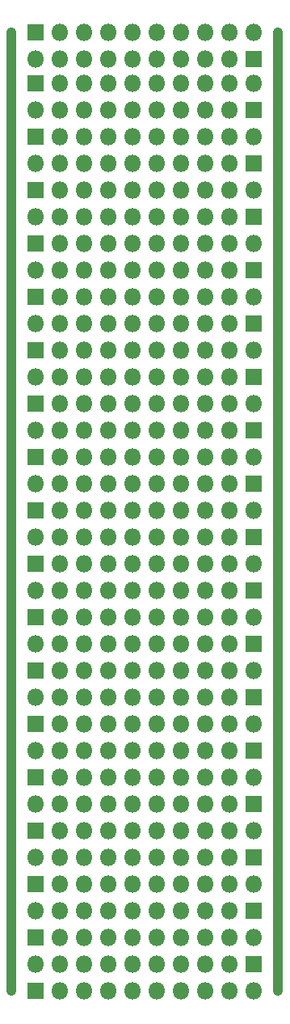
<source format=gbr>
%TF.GenerationSoftware,KiCad,Pcbnew,(5.1.6-0)*%
%TF.CreationDate,2022-12-22T20:14:18-05:00*%
%TF.ProjectId,Test Panel,54657374-2050-4616-9e65-6c2e6b696361,rev?*%
%TF.SameCoordinates,Original*%
%TF.FileFunction,Soldermask,Bot*%
%TF.FilePolarity,Negative*%
%FSLAX46Y46*%
G04 Gerber Fmt 4.6, Leading zero omitted, Abs format (unit mm)*
G04 Created by KiCad (PCBNEW (5.1.6-0)) date 2022-12-22 20:14:18*
%MOMM*%
%LPD*%
G01*
G04 APERTURE LIST*
%ADD10C,1.000000*%
%ADD11R,1.800000X1.800000*%
%ADD12O,1.800000X1.800000*%
G04 APERTURE END LIST*
D10*
X87630000Y-45974000D02*
X87630000Y-146304000D01*
X59690000Y-45974000D02*
X59690000Y-146304000D01*
D11*
%TO.C,37*%
X62230000Y-146304000D03*
D12*
X64770000Y-146304000D03*
X67310000Y-146304000D03*
X69850000Y-146304000D03*
X72390000Y-146304000D03*
X74930000Y-146304000D03*
X77470000Y-146304000D03*
X80010000Y-146304000D03*
X82550000Y-146304000D03*
X85090000Y-146304000D03*
%TD*%
D11*
%TO.C,36*%
X85090000Y-143510000D03*
D12*
X82550000Y-143510000D03*
X80010000Y-143510000D03*
X77470000Y-143510000D03*
X74930000Y-143510000D03*
X72390000Y-143510000D03*
X69850000Y-143510000D03*
X67310000Y-143510000D03*
X64770000Y-143510000D03*
X62230000Y-143510000D03*
%TD*%
%TO.C,35*%
X85090000Y-140716000D03*
X82550000Y-140716000D03*
X80010000Y-140716000D03*
X77470000Y-140716000D03*
X74930000Y-140716000D03*
X72390000Y-140716000D03*
X69850000Y-140716000D03*
X67310000Y-140716000D03*
X64770000Y-140716000D03*
D11*
X62230000Y-140716000D03*
%TD*%
D12*
%TO.C,34*%
X62230000Y-137922000D03*
X64770000Y-137922000D03*
X67310000Y-137922000D03*
X69850000Y-137922000D03*
X72390000Y-137922000D03*
X74930000Y-137922000D03*
X77470000Y-137922000D03*
X80010000Y-137922000D03*
X82550000Y-137922000D03*
D11*
X85090000Y-137922000D03*
%TD*%
D12*
%TO.C,33*%
X85090000Y-135128000D03*
X82550000Y-135128000D03*
X80010000Y-135128000D03*
X77470000Y-135128000D03*
X74930000Y-135128000D03*
X72390000Y-135128000D03*
X69850000Y-135128000D03*
X67310000Y-135128000D03*
X64770000Y-135128000D03*
D11*
X62230000Y-135128000D03*
%TD*%
D12*
%TO.C,24*%
X62230000Y-109982000D03*
X64770000Y-109982000D03*
X67310000Y-109982000D03*
X69850000Y-109982000D03*
X72390000Y-109982000D03*
X74930000Y-109982000D03*
X77470000Y-109982000D03*
X80010000Y-109982000D03*
X82550000Y-109982000D03*
D11*
X85090000Y-109982000D03*
%TD*%
D12*
%TO.C,23*%
X85090000Y-107188000D03*
X82550000Y-107188000D03*
X80010000Y-107188000D03*
X77470000Y-107188000D03*
X74930000Y-107188000D03*
X72390000Y-107188000D03*
X69850000Y-107188000D03*
X67310000Y-107188000D03*
X64770000Y-107188000D03*
D11*
X62230000Y-107188000D03*
%TD*%
D12*
%TO.C,26*%
X62230000Y-115570000D03*
X64770000Y-115570000D03*
X67310000Y-115570000D03*
X69850000Y-115570000D03*
X72390000Y-115570000D03*
X74930000Y-115570000D03*
X77470000Y-115570000D03*
X80010000Y-115570000D03*
X82550000Y-115570000D03*
D11*
X85090000Y-115570000D03*
%TD*%
D12*
%TO.C,25*%
X85090000Y-112776000D03*
X82550000Y-112776000D03*
X80010000Y-112776000D03*
X77470000Y-112776000D03*
X74930000Y-112776000D03*
X72390000Y-112776000D03*
X69850000Y-112776000D03*
X67310000Y-112776000D03*
X64770000Y-112776000D03*
D11*
X62230000Y-112776000D03*
%TD*%
D12*
%TO.C,30*%
X62230000Y-126746000D03*
X64770000Y-126746000D03*
X67310000Y-126746000D03*
X69850000Y-126746000D03*
X72390000Y-126746000D03*
X74930000Y-126746000D03*
X77470000Y-126746000D03*
X80010000Y-126746000D03*
X82550000Y-126746000D03*
D11*
X85090000Y-126746000D03*
%TD*%
D12*
%TO.C,29*%
X85090000Y-123952000D03*
X82550000Y-123952000D03*
X80010000Y-123952000D03*
X77470000Y-123952000D03*
X74930000Y-123952000D03*
X72390000Y-123952000D03*
X69850000Y-123952000D03*
X67310000Y-123952000D03*
X64770000Y-123952000D03*
D11*
X62230000Y-123952000D03*
%TD*%
D12*
%TO.C,27*%
X85090000Y-118364000D03*
X82550000Y-118364000D03*
X80010000Y-118364000D03*
X77470000Y-118364000D03*
X74930000Y-118364000D03*
X72390000Y-118364000D03*
X69850000Y-118364000D03*
X67310000Y-118364000D03*
X64770000Y-118364000D03*
D11*
X62230000Y-118364000D03*
%TD*%
D12*
%TO.C,32*%
X62230000Y-132334000D03*
X64770000Y-132334000D03*
X67310000Y-132334000D03*
X69850000Y-132334000D03*
X72390000Y-132334000D03*
X74930000Y-132334000D03*
X77470000Y-132334000D03*
X80010000Y-132334000D03*
X82550000Y-132334000D03*
D11*
X85090000Y-132334000D03*
%TD*%
D12*
%TO.C,31*%
X85090000Y-129540000D03*
X82550000Y-129540000D03*
X80010000Y-129540000D03*
X77470000Y-129540000D03*
X74930000Y-129540000D03*
X72390000Y-129540000D03*
X69850000Y-129540000D03*
X67310000Y-129540000D03*
X64770000Y-129540000D03*
D11*
X62230000Y-129540000D03*
%TD*%
D12*
%TO.C,21*%
X85090000Y-101600000D03*
X82550000Y-101600000D03*
X80010000Y-101600000D03*
X77470000Y-101600000D03*
X74930000Y-101600000D03*
X72390000Y-101600000D03*
X69850000Y-101600000D03*
X67310000Y-101600000D03*
X64770000Y-101600000D03*
D11*
X62230000Y-101600000D03*
%TD*%
D12*
%TO.C,22*%
X62230000Y-104394000D03*
X64770000Y-104394000D03*
X67310000Y-104394000D03*
X69850000Y-104394000D03*
X72390000Y-104394000D03*
X74930000Y-104394000D03*
X77470000Y-104394000D03*
X80010000Y-104394000D03*
X82550000Y-104394000D03*
D11*
X85090000Y-104394000D03*
%TD*%
D12*
%TO.C,28*%
X62230000Y-121158000D03*
X64770000Y-121158000D03*
X67310000Y-121158000D03*
X69850000Y-121158000D03*
X72390000Y-121158000D03*
X74930000Y-121158000D03*
X77470000Y-121158000D03*
X80010000Y-121158000D03*
X82550000Y-121158000D03*
D11*
X85090000Y-121158000D03*
%TD*%
%TO.C,19*%
X62230000Y-96012000D03*
D12*
X64770000Y-96012000D03*
X67310000Y-96012000D03*
X69850000Y-96012000D03*
X72390000Y-96012000D03*
X74930000Y-96012000D03*
X77470000Y-96012000D03*
X80010000Y-96012000D03*
X82550000Y-96012000D03*
X85090000Y-96012000D03*
%TD*%
D11*
%TO.C,20*%
X85090000Y-98806000D03*
D12*
X82550000Y-98806000D03*
X80010000Y-98806000D03*
X77470000Y-98806000D03*
X74930000Y-98806000D03*
X72390000Y-98806000D03*
X69850000Y-98806000D03*
X67310000Y-98806000D03*
X64770000Y-98806000D03*
X62230000Y-98806000D03*
%TD*%
D11*
%TO.C,17*%
X62230000Y-90424000D03*
D12*
X64770000Y-90424000D03*
X67310000Y-90424000D03*
X69850000Y-90424000D03*
X72390000Y-90424000D03*
X74930000Y-90424000D03*
X77470000Y-90424000D03*
X80010000Y-90424000D03*
X82550000Y-90424000D03*
X85090000Y-90424000D03*
%TD*%
D11*
%TO.C,18*%
X85090000Y-93218000D03*
D12*
X82550000Y-93218000D03*
X80010000Y-93218000D03*
X77470000Y-93218000D03*
X74930000Y-93218000D03*
X72390000Y-93218000D03*
X69850000Y-93218000D03*
X67310000Y-93218000D03*
X64770000Y-93218000D03*
X62230000Y-93218000D03*
%TD*%
D11*
%TO.C,15*%
X62230000Y-84836000D03*
D12*
X64770000Y-84836000D03*
X67310000Y-84836000D03*
X69850000Y-84836000D03*
X72390000Y-84836000D03*
X74930000Y-84836000D03*
X77470000Y-84836000D03*
X80010000Y-84836000D03*
X82550000Y-84836000D03*
X85090000Y-84836000D03*
%TD*%
D11*
%TO.C,16*%
X85090000Y-87630000D03*
D12*
X82550000Y-87630000D03*
X80010000Y-87630000D03*
X77470000Y-87630000D03*
X74930000Y-87630000D03*
X72390000Y-87630000D03*
X69850000Y-87630000D03*
X67310000Y-87630000D03*
X64770000Y-87630000D03*
X62230000Y-87630000D03*
%TD*%
D11*
%TO.C,13*%
X62230000Y-79248000D03*
D12*
X64770000Y-79248000D03*
X67310000Y-79248000D03*
X69850000Y-79248000D03*
X72390000Y-79248000D03*
X74930000Y-79248000D03*
X77470000Y-79248000D03*
X80010000Y-79248000D03*
X82550000Y-79248000D03*
X85090000Y-79248000D03*
%TD*%
D11*
%TO.C,14*%
X85090000Y-82042000D03*
D12*
X82550000Y-82042000D03*
X80010000Y-82042000D03*
X77470000Y-82042000D03*
X74930000Y-82042000D03*
X72390000Y-82042000D03*
X69850000Y-82042000D03*
X67310000Y-82042000D03*
X64770000Y-82042000D03*
X62230000Y-82042000D03*
%TD*%
D11*
%TO.C,11*%
X62230000Y-73660000D03*
D12*
X64770000Y-73660000D03*
X67310000Y-73660000D03*
X69850000Y-73660000D03*
X72390000Y-73660000D03*
X74930000Y-73660000D03*
X77470000Y-73660000D03*
X80010000Y-73660000D03*
X82550000Y-73660000D03*
X85090000Y-73660000D03*
%TD*%
D11*
%TO.C,12*%
X85090000Y-76454000D03*
D12*
X82550000Y-76454000D03*
X80010000Y-76454000D03*
X77470000Y-76454000D03*
X74930000Y-76454000D03*
X72390000Y-76454000D03*
X69850000Y-76454000D03*
X67310000Y-76454000D03*
X64770000Y-76454000D03*
X62230000Y-76454000D03*
%TD*%
D11*
%TO.C,9*%
X62230000Y-68072000D03*
D12*
X64770000Y-68072000D03*
X67310000Y-68072000D03*
X69850000Y-68072000D03*
X72390000Y-68072000D03*
X74930000Y-68072000D03*
X77470000Y-68072000D03*
X80010000Y-68072000D03*
X82550000Y-68072000D03*
X85090000Y-68072000D03*
%TD*%
D11*
%TO.C,10*%
X85090000Y-70866000D03*
D12*
X82550000Y-70866000D03*
X80010000Y-70866000D03*
X77470000Y-70866000D03*
X74930000Y-70866000D03*
X72390000Y-70866000D03*
X69850000Y-70866000D03*
X67310000Y-70866000D03*
X64770000Y-70866000D03*
X62230000Y-70866000D03*
%TD*%
D11*
%TO.C,7*%
X62230000Y-62484000D03*
D12*
X64770000Y-62484000D03*
X67310000Y-62484000D03*
X69850000Y-62484000D03*
X72390000Y-62484000D03*
X74930000Y-62484000D03*
X77470000Y-62484000D03*
X80010000Y-62484000D03*
X82550000Y-62484000D03*
X85090000Y-62484000D03*
%TD*%
D11*
%TO.C,8*%
X85090000Y-65278000D03*
D12*
X82550000Y-65278000D03*
X80010000Y-65278000D03*
X77470000Y-65278000D03*
X74930000Y-65278000D03*
X72390000Y-65278000D03*
X69850000Y-65278000D03*
X67310000Y-65278000D03*
X64770000Y-65278000D03*
X62230000Y-65278000D03*
%TD*%
D11*
%TO.C,5*%
X62230000Y-56896000D03*
D12*
X64770000Y-56896000D03*
X67310000Y-56896000D03*
X69850000Y-56896000D03*
X72390000Y-56896000D03*
X74930000Y-56896000D03*
X77470000Y-56896000D03*
X80010000Y-56896000D03*
X82550000Y-56896000D03*
X85090000Y-56896000D03*
%TD*%
D11*
%TO.C,6*%
X85090000Y-59690000D03*
D12*
X82550000Y-59690000D03*
X80010000Y-59690000D03*
X77470000Y-59690000D03*
X74930000Y-59690000D03*
X72390000Y-59690000D03*
X69850000Y-59690000D03*
X67310000Y-59690000D03*
X64770000Y-59690000D03*
X62230000Y-59690000D03*
%TD*%
D11*
%TO.C,3*%
X62230000Y-51308000D03*
D12*
X64770000Y-51308000D03*
X67310000Y-51308000D03*
X69850000Y-51308000D03*
X72390000Y-51308000D03*
X74930000Y-51308000D03*
X77470000Y-51308000D03*
X80010000Y-51308000D03*
X82550000Y-51308000D03*
X85090000Y-51308000D03*
%TD*%
D11*
%TO.C,4*%
X85090000Y-54102000D03*
D12*
X82550000Y-54102000D03*
X80010000Y-54102000D03*
X77470000Y-54102000D03*
X74930000Y-54102000D03*
X72390000Y-54102000D03*
X69850000Y-54102000D03*
X67310000Y-54102000D03*
X64770000Y-54102000D03*
X62230000Y-54102000D03*
%TD*%
%TO.C,2*%
X62230000Y-48768000D03*
X64770000Y-48768000D03*
X67310000Y-48768000D03*
X69850000Y-48768000D03*
X72390000Y-48768000D03*
X74930000Y-48768000D03*
X77470000Y-48768000D03*
X80010000Y-48768000D03*
X82550000Y-48768000D03*
D11*
X85090000Y-48768000D03*
%TD*%
D12*
%TO.C,1*%
X85090000Y-45974000D03*
X82550000Y-45974000D03*
X80010000Y-45974000D03*
X77470000Y-45974000D03*
X74930000Y-45974000D03*
X72390000Y-45974000D03*
X69850000Y-45974000D03*
X67310000Y-45974000D03*
X64770000Y-45974000D03*
D11*
X62230000Y-45974000D03*
%TD*%
M02*

</source>
